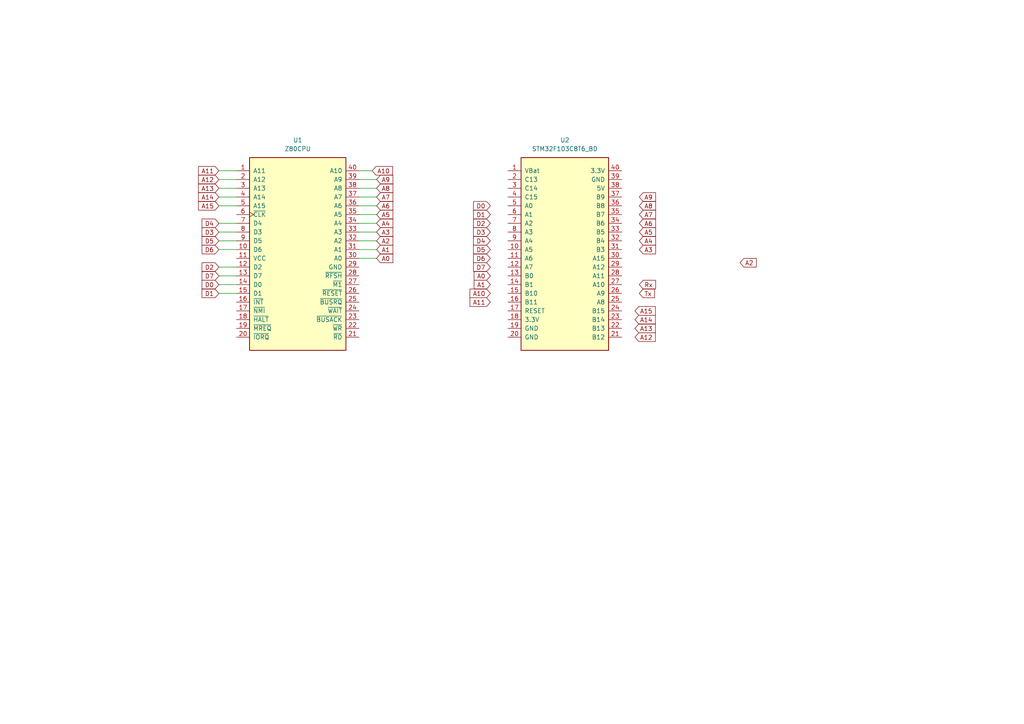
<source format=kicad_sch>
(kicad_sch (version 20230121) (generator eeschema)
  (paper "A4")
  (lib_symbols
    (symbol "RetroElec:STM32F103C8T6_BD" (pin_names (offset 1.016))
      (property "Reference" "U" (at -13.97 29.21 0))
      (property "Value" "STM32F103C8T6_BD" (at -5.08 29.21 0))
      (symbol "STM32F103C8T6_BD_0_1"
        (rectangle (start -12.7 27.94) (end 12.7 -27.94) (stroke (width 0.254)) (fill (type background)))
      )
      (symbol "STM32F103C8T6_BD_1_1"
        (pin power_in line (at -16.51 24.13 0) (length 3.81) (name "VBat") (number "1"))
        (pin bidirectional line (at -16.51 1.27 0) (length 3.81) (name "A5") (number "10"))
        (pin bidirectional line (at -16.51 -1.27 0) (length 3.81) (name "A6") (number "11"))
        (pin bidirectional line (at -16.51 -3.81 0) (length 3.81) (name "A7") (number "12"))
        (pin bidirectional line (at -16.51 -6.35 0) (length 3.81) (name "B0") (number "13"))
        (pin bidirectional line (at -16.51 -8.89 0) (length 3.81) (name "B1") (number "14"))
        (pin bidirectional line (at -16.51 -11.43 0) (length 3.81) (name "B10") (number "15"))
        (pin bidirectional line (at -16.51 -13.97 0) (length 3.81) (name "B11") (number "16"))
        (pin input line (at -16.51 -16.51 0) (length 3.81) (name "RESET") (number "17"))
        (pin power_in line (at -16.51 -19.05 0) (length 3.81) (name "3.3V") (number "18"))
        (pin power_in line (at -16.51 -21.59 0) (length 3.81) (name "GND") (number "19"))
        (pin bidirectional line (at -16.51 21.59 0) (length 3.81) (name "C13") (number "2"))
        (pin power_in line (at -16.51 -24.13 0) (length 3.81) (name "GND") (number "20"))
        (pin bidirectional line (at 16.51 -24.13 180) (length 3.81) (name "B12") (number "21"))
        (pin bidirectional line (at 16.51 -21.59 180) (length 3.81) (name "B13") (number "22"))
        (pin bidirectional line (at 16.51 -19.05 180) (length 3.81) (name "B14") (number "23"))
        (pin bidirectional line (at 16.51 -16.51 180) (length 3.81) (name "B15") (number "24"))
        (pin bidirectional line (at 16.51 -13.97 180) (length 3.81) (name "A8") (number "25"))
        (pin bidirectional line (at 16.51 -11.43 180) (length 3.81) (name "A9") (number "26"))
        (pin bidirectional line (at 16.51 -8.89 180) (length 3.81) (name "A10") (number "27"))
        (pin bidirectional line (at 16.51 -6.35 180) (length 3.81) (name "A11") (number "28"))
        (pin bidirectional line (at 16.51 -3.81 180) (length 3.81) (name "A12") (number "29"))
        (pin bidirectional line (at -16.51 19.05 0) (length 3.81) (name "C14") (number "3"))
        (pin bidirectional line (at 16.51 -1.27 180) (length 3.81) (name "A15") (number "30"))
        (pin bidirectional line (at 16.51 1.27 180) (length 3.81) (name "B3") (number "31"))
        (pin bidirectional line (at 16.51 3.81 180) (length 3.81) (name "B4") (number "32"))
        (pin bidirectional line (at 16.51 6.35 180) (length 3.81) (name "B5") (number "33"))
        (pin bidirectional line (at 16.51 8.89 180) (length 3.81) (name "B6") (number "34"))
        (pin bidirectional line (at 16.51 11.43 180) (length 3.81) (name "B7") (number "35"))
        (pin bidirectional line (at 16.51 13.97 180) (length 3.81) (name "B8") (number "36"))
        (pin bidirectional line (at 16.51 16.51 180) (length 3.81) (name "B9") (number "37"))
        (pin power_in line (at 16.51 19.05 180) (length 3.81) (name "5V") (number "38"))
        (pin power_in line (at 16.51 21.59 180) (length 3.81) (name "GND") (number "39"))
        (pin bidirectional line (at -16.51 16.51 0) (length 3.81) (name "C15") (number "4"))
        (pin power_in line (at 16.51 24.13 180) (length 3.81) (name "3.3V") (number "40"))
        (pin bidirectional line (at -16.51 13.97 0) (length 3.81) (name "A0") (number "5"))
        (pin bidirectional line (at -16.51 11.43 0) (length 3.81) (name "A1") (number "6"))
        (pin bidirectional line (at -16.51 8.89 0) (length 3.81) (name "A2") (number "7"))
        (pin bidirectional line (at -16.51 6.35 0) (length 3.81) (name "A3") (number "8"))
        (pin bidirectional line (at -16.51 3.81 0) (length 3.81) (name "A4") (number "9"))
      )
    )
    (symbol "RetroElec:Z80CPU" (pin_names (offset 1.016))
      (property "Reference" "U" (at -13.97 29.21 0))
      (property "Value" "Z80CPU" (at 6.35 29.21 0))
      (symbol "Z80CPU_0_1"
        (rectangle (start -13.97 27.94) (end 13.97 -27.94) (stroke (width 0.254)) (fill (type background)))
      )
      (symbol "Z80CPU_1_1"
        (pin output line (at -17.78 24.13 0) (length 3.81) (name "A11") (number "1"))
        (pin bidirectional line (at -17.78 1.27 0) (length 3.81) (name "D6") (number "10"))
        (pin power_in line (at -17.78 -1.27 0) (length 3.81) (name "VCC") (number "11"))
        (pin bidirectional line (at -17.78 -3.81 0) (length 3.81) (name "D2") (number "12"))
        (pin bidirectional line (at -17.78 -6.35 0) (length 3.81) (name "D7") (number "13"))
        (pin bidirectional line (at -17.78 -8.89 0) (length 3.81) (name "D0") (number "14"))
        (pin bidirectional line (at -17.78 -11.43 0) (length 3.81) (name "D1") (number "15"))
        (pin input line (at -17.78 -13.97 0) (length 3.81) (name "~{INT}") (number "16"))
        (pin input line (at -17.78 -16.51 0) (length 3.81) (name "~{NMI}") (number "17"))
        (pin output line (at -17.78 -19.05 0) (length 3.81) (name "~{HALT}") (number "18"))
        (pin output line (at -17.78 -21.59 0) (length 3.81) (name "~{MREQ}") (number "19"))
        (pin output line (at -17.78 21.59 0) (length 3.81) (name "A12") (number "2"))
        (pin output line (at -17.78 -24.13 0) (length 3.81) (name "~{IORQ}") (number "20"))
        (pin output line (at 17.78 -24.13 180) (length 3.81) (name "~{RD}") (number "21"))
        (pin output line (at 17.78 -21.59 180) (length 3.81) (name "~{WR}") (number "22"))
        (pin output line (at 17.78 -19.05 180) (length 3.81) (name "~{BUSACK}") (number "23"))
        (pin input line (at 17.78 -16.51 180) (length 3.81) (name "~{WAIT}") (number "24"))
        (pin input line (at 17.78 -13.97 180) (length 3.81) (name "~{BUSRQ}") (number "25"))
        (pin input line (at 17.78 -11.43 180) (length 3.81) (name "~{RESET}") (number "26"))
        (pin output line (at 17.78 -8.89 180) (length 3.81) (name "~{M1}") (number "27"))
        (pin output line (at 17.78 -6.35 180) (length 3.81) (name "~{RFSH}") (number "28"))
        (pin power_in line (at 17.78 -3.81 180) (length 3.81) (name "GND") (number "29"))
        (pin output line (at -17.78 19.05 0) (length 3.81) (name "A13") (number "3"))
        (pin output line (at 17.78 -1.27 180) (length 3.81) (name "A0") (number "30"))
        (pin output line (at 17.78 1.27 180) (length 3.81) (name "A1") (number "31"))
        (pin output line (at 17.78 3.81 180) (length 3.81) (name "A2") (number "32"))
        (pin output line (at 17.78 6.35 180) (length 3.81) (name "A3") (number "33"))
        (pin output line (at 17.78 8.89 180) (length 3.81) (name "A4") (number "34"))
        (pin output line (at 17.78 11.43 180) (length 3.81) (name "A5") (number "35"))
        (pin output line (at 17.78 13.97 180) (length 3.81) (name "A6") (number "36"))
        (pin output line (at 17.78 16.51 180) (length 3.81) (name "A7") (number "37"))
        (pin output line (at 17.78 19.05 180) (length 3.81) (name "A8") (number "38"))
        (pin output line (at 17.78 21.59 180) (length 3.81) (name "A9") (number "39"))
        (pin output line (at -17.78 16.51 0) (length 3.81) (name "A14") (number "4"))
        (pin output line (at 17.78 24.13 180) (length 3.81) (name "A10") (number "40"))
        (pin output line (at -17.78 13.97 0) (length 3.81) (name "A15") (number "5"))
        (pin input clock (at -17.78 11.43 0) (length 3.81) (name "~{CLK}") (number "6"))
        (pin bidirectional line (at -17.78 8.89 0) (length 3.81) (name "D4") (number "7"))
        (pin bidirectional line (at -17.78 6.35 0) (length 3.81) (name "D3") (number "8"))
        (pin bidirectional line (at -17.78 3.81 0) (length 3.81) (name "D5") (number "9"))
      )
    )
  )
  (wire (pts (xy 63.5 49.53) (xy 68.58 49.53)))
  (wire (pts (xy 63.5 52.07) (xy 68.58 52.07)))
  (wire (pts (xy 104.14 49.53) (xy 107.95 49.53)))
  (wire (pts (xy 104.14 52.07) (xy 109.22 52.07)))
  (wire (pts (xy 104.14 62.23) (xy 109.22 62.23)))
  (wire (pts (xy 104.14 59.69) (xy 109.22 59.69)))
  (wire (pts (xy 104.14 54.61) (xy 109.22 54.61)))
  (wire (pts (xy 63.5 67.31) (xy 68.58 67.31)))
  (wire (pts (xy 104.14 72.39) (xy 109.22 72.39)))
  (wire (pts (xy 104.14 69.85) (xy 109.22 69.85)))
  (wire (pts (xy 63.5 69.85) (xy 68.58 69.85)))
  (wire (pts (xy 63.5 85.09) (xy 68.58 85.09)))
  (wire (pts (xy 104.14 67.31) (xy 109.22 67.31)))
  (wire (pts (xy 63.5 57.15) (xy 68.58 57.15)))
  (wire (pts (xy 63.5 64.77) (xy 68.58 64.77)))
  (wire (pts (xy 63.5 80.01) (xy 68.58 80.01)))
  (wire (pts (xy 63.5 82.55) (xy 68.58 82.55)))
  (wire (pts (xy 63.5 59.69) (xy 68.58 59.69)))
  (wire (pts (xy 104.14 64.77) (xy 109.22 64.77)))
  (wire (pts (xy 63.5 77.47) (xy 68.58 77.47)))
  (wire (pts (xy 104.14 57.15) (xy 109.22 57.15)))
  (wire (pts (xy 104.14 74.93) (xy 109.22 74.93)))
  (wire (pts (xy 63.5 72.39) (xy 68.58 72.39)))
  (wire (pts (xy 63.5 54.61) (xy 68.58 54.61)))
  (global_label "D6" (shape input) (at 63.5 72.39 180) (property "Intersheetrefs" "${INTERSHEET_REFS}" (effects hide)))
  (global_label "D5" (shape input) (at 63.5 69.85 180) (property "Intersheetrefs" "${INTERSHEET_REFS}" (effects hide)))
  (global_label "A14" (shape input) (at 63.5 57.15 180) (property "Intersheetrefs" "${INTERSHEET_REFS}" (effects hide)))
  (global_label "A7" (shape input) (at 109.22 57.15 0) (property "Intersheetrefs" "${INTERSHEET_REFS}" (effects hide)))
  (global_label "D4" (shape input) (at 142.24 69.85 180) (property "Intersheetrefs" "${INTERSHEET_REFS}" (effects hide)))
  (global_label "A2" (shape input) (at 214.63 76.2 0) (property "Intersheetrefs" "${INTERSHEET_REFS}" (effects hide)))
  (global_label "D6" (shape input) (at 142.24 74.93 180) (property "Intersheetrefs" "${INTERSHEET_REFS}" (effects hide)))
  (global_label "Tx" (shape input) (at 185.42 85.09 0) (property "Intersheetrefs" "${INTERSHEET_REFS}" (effects hide)))
  (global_label "A6" (shape input) (at 109.22 59.69 0) (property "Intersheetrefs" "${INTERSHEET_REFS}" (effects hide)))
  (global_label "A0" (shape input) (at 109.22 74.93 0) (property "Intersheetrefs" "${INTERSHEET_REFS}" (effects hide)))
  (global_label "A11" (shape input) (at 142.24 87.63 180) (property "Intersheetrefs" "${INTERSHEET_REFS}" (effects hide)))
  (global_label "D2" (shape input) (at 63.5 77.47 180) (property "Intersheetrefs" "${INTERSHEET_REFS}" (effects hide)))
  (global_label "D7" (shape input) (at 63.5 80.01 180) (property "Intersheetrefs" "${INTERSHEET_REFS}" (effects hide)))
  (global_label "A1" (shape input) (at 109.22 72.39 0) (property "Intersheetrefs" "${INTERSHEET_REFS}" (effects hide)))
  (global_label "A13" (shape input) (at 63.5 54.61 180) (property "Intersheetrefs" "${INTERSHEET_REFS}" (effects hide)))
  (global_label "Rx" (shape input) (at 185.42 82.55 0) (property "Intersheetrefs" "${INTERSHEET_REFS}" (effects hide)))
  (global_label "D0" (shape input) (at 63.5 82.55 180) (property "Intersheetrefs" "${INTERSHEET_REFS}" (effects hide)))
  (global_label "A8" (shape input) (at 109.22 54.61 0) (property "Intersheetrefs" "${INTERSHEET_REFS}" (effects hide)))
  (global_label "D3" (shape input) (at 63.5 67.31 180) (property "Intersheetrefs" "${INTERSHEET_REFS}" (effects hide)))
  (global_label "A5" (shape input) (at 109.22 62.23 0) (property "Intersheetrefs" "${INTERSHEET_REFS}" (effects hide)))
  (global_label "A11" (shape input) (at 63.5 49.53 180) (property "Intersheetrefs" "${INTERSHEET_REFS}" (effects hide)))
  (global_label "A15" (shape input) (at 63.5 59.69 180) (property "Intersheetrefs" "${INTERSHEET_REFS}" (effects hide)))
  (global_label "A8" (shape input) (at 185.42 59.69 0) (property "Intersheetrefs" "${INTERSHEET_REFS}" (effects hide)))
  (global_label "D1" (shape input) (at 63.5 85.09 180) (property "Intersheetrefs" "${INTERSHEET_REFS}" (effects hide)))
  (global_label "A5" (shape input) (at 185.42 67.31 0) (property "Intersheetrefs" "${INTERSHEET_REFS}" (effects hide)))
  (global_label "A3" (shape input) (at 185.42 72.39 0) (property "Intersheetrefs" "${INTERSHEET_REFS}" (effects hide)))
  (global_label "A14" (shape input) (at 184.15 92.71 0) (property "Intersheetrefs" "${INTERSHEET_REFS}" (effects hide)))
  (global_label "A4" (shape input) (at 109.22 64.77 0) (property "Intersheetrefs" "${INTERSHEET_REFS}" (effects hide)))
  (global_label "A3" (shape input) (at 109.22 67.31 0) (property "Intersheetrefs" "${INTERSHEET_REFS}" (effects hide)))
  (global_label "A0" (shape input) (at 142.24 80.01 180) (property "Intersheetrefs" "${INTERSHEET_REFS}" (effects hide)))
  (global_label "D1" (shape input) (at 142.24 62.23 180) (property "Intersheetrefs" "${INTERSHEET_REFS}" (effects hide)))
  (global_label "A12" (shape input) (at 63.5 52.07 180) (property "Intersheetrefs" "${INTERSHEET_REFS}" (effects hide)))
  (global_label "A4" (shape input) (at 185.42 69.85 0) (property "Intersheetrefs" "${INTERSHEET_REFS}" (effects hide)))
  (global_label "A10" (shape input) (at 142.24 85.09 180) (property "Intersheetrefs" "${INTERSHEET_REFS}" (effects hide)))
  (global_label "A1" (shape input) (at 142.24 82.55 180) (property "Intersheetrefs" "${INTERSHEET_REFS}" (effects hide)))
  (global_label "A2" (shape input) (at 109.22 69.85 0) (property "Intersheetrefs" "${INTERSHEET_REFS}" (effects hide)))
  (global_label "A13" (shape input) (at 184.15 95.25 0) (property "Intersheetrefs" "${INTERSHEET_REFS}" (effects hide)))
  (global_label "D0" (shape input) (at 142.24 59.69 180) (property "Intersheetrefs" "${INTERSHEET_REFS}" (effects hide)))
  (global_label "D3" (shape input) (at 142.24 67.31 180) (property "Intersheetrefs" "${INTERSHEET_REFS}" (effects hide)))
  (global_label "D4" (shape input) (at 63.5 64.77 180) (property "Intersheetrefs" "${INTERSHEET_REFS}" (effects hide)))
  (global_label "D5" (shape input) (at 142.24 72.39 180) (property "Intersheetrefs" "${INTERSHEET_REFS}" (effects hide)))
  (global_label "A15" (shape input) (at 184.15 90.17 0) (property "Intersheetrefs" "${INTERSHEET_REFS}" (effects hide)))
  (global_label "D7" (shape input) (at 142.24 77.47 180) (property "Intersheetrefs" "${INTERSHEET_REFS}" (effects hide)))
  (global_label "A9" (shape input) (at 109.22 52.07 0) (property "Intersheetrefs" "${INTERSHEET_REFS}" (effects hide)))
  (global_label "A9" (shape input) (at 185.42 57.15 0) (property "Intersheetrefs" "${INTERSHEET_REFS}" (effects hide)))
  (global_label "D2" (shape input) (at 142.24 64.77 180) (property "Intersheetrefs" "${INTERSHEET_REFS}" (effects hide)))
  (global_label "A7" (shape input) (at 185.42 62.23 0) (property "Intersheetrefs" "${INTERSHEET_REFS}" (effects hide)))
  (global_label "A12" (shape input) (at 184.15 97.79 0) (property "Intersheetrefs" "${INTERSHEET_REFS}" (effects hide)))
  (global_label "A6" (shape input) (at 185.42 64.77 0) (property "Intersheetrefs" "${INTERSHEET_REFS}" (effects hide)))
  (global_label "A10" (shape input) (at 107.95 49.53 0) (property "Intersheetrefs" "${INTERSHEET_REFS}" (effects hide)))
  (symbol (lib_id "RetroElec:STM32F103C8T6_BD") (at 163.83 73.66 0) (unit 1)
    (property "Reference" "U2" (at 163.83 40.64 0))
    (property "Value" "STM32F103C8T6_BD" (at 163.83 43.18 0))
  )
  (symbol (lib_id "RetroElec:Z80CPU") (at 86.36 73.66 0) (unit 1)
    (property "Reference" "U1" (at 86.36 40.64 0))
    (property "Value" "Z80CPU" (at 86.36 43.18 0))
    (property "Datasheet" "www.zilog.com/manage_directlink.php?filepath=docs/z80/um0080" (effects hide))
  )
)
</source>
